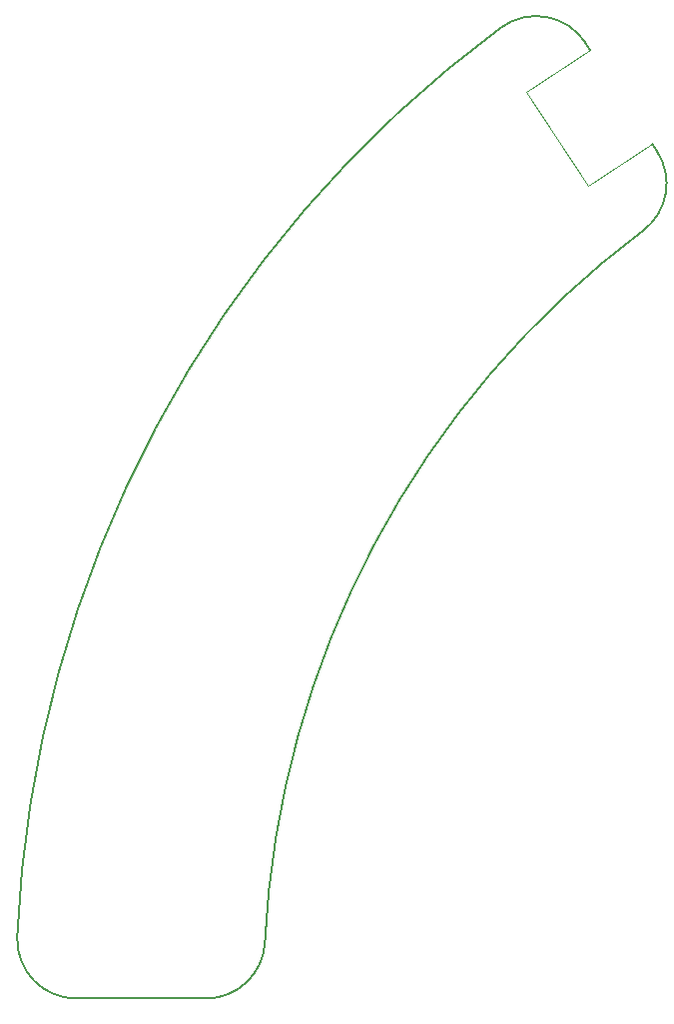
<source format=gbr>
%TF.GenerationSoftware,KiCad,Pcbnew,7.0.8*%
%TF.CreationDate,2024-01-10T09:50:14+01:00*%
%TF.ProjectId,Zoka-MainBoard,5a6f6b61-2d4d-4616-996e-426f6172642e,rev?*%
%TF.SameCoordinates,Original*%
%TF.FileFunction,Profile,NP*%
%FSLAX46Y46*%
G04 Gerber Fmt 4.6, Leading zero omitted, Abs format (unit mm)*
G04 Created by KiCad (PCBNEW 7.0.8) date 2024-01-10 09:50:14*
%MOMM*%
%LPD*%
G01*
G04 APERTURE LIST*
%TA.AperFunction,Profile*%
%ADD10C,0.200000*%
%TD*%
%TA.AperFunction,Profile*%
%ADD11C,0.100000*%
%TD*%
G04 APERTURE END LIST*
D10*
X194314805Y-35646927D02*
X193897266Y-35013697D01*
X150728255Y-116028448D02*
X161739728Y-116028448D01*
X198788379Y-50966449D02*
G75*
G03*
X199966471Y-44208008I-2994879J4003949D01*
G01*
X186756656Y-33744237D02*
G75*
G03*
X145732870Y-110813672I60044884J-81414803D01*
G01*
X199966471Y-44208008D02*
X199544370Y-43577983D01*
X145732865Y-110813672D02*
G75*
G03*
X150728255Y-116028448I4995435J-214728D01*
G01*
X161739730Y-116028426D02*
G75*
G03*
X166733844Y-111270959I70J4999926D01*
G01*
X198788377Y-50966447D02*
G75*
G03*
X166733844Y-111270959I48013253J-64192643D01*
G01*
X193897240Y-35013714D02*
G75*
G03*
X186756656Y-33744237I-4172840J-2754486D01*
G01*
D11*
%TO.C,J201*%
X194117860Y-47156111D02*
X188888293Y-39225056D01*
X199544372Y-43577986D02*
X194117860Y-47156111D01*
X188888293Y-39225056D02*
X194314804Y-35646932D01*
%TD*%
M02*

</source>
